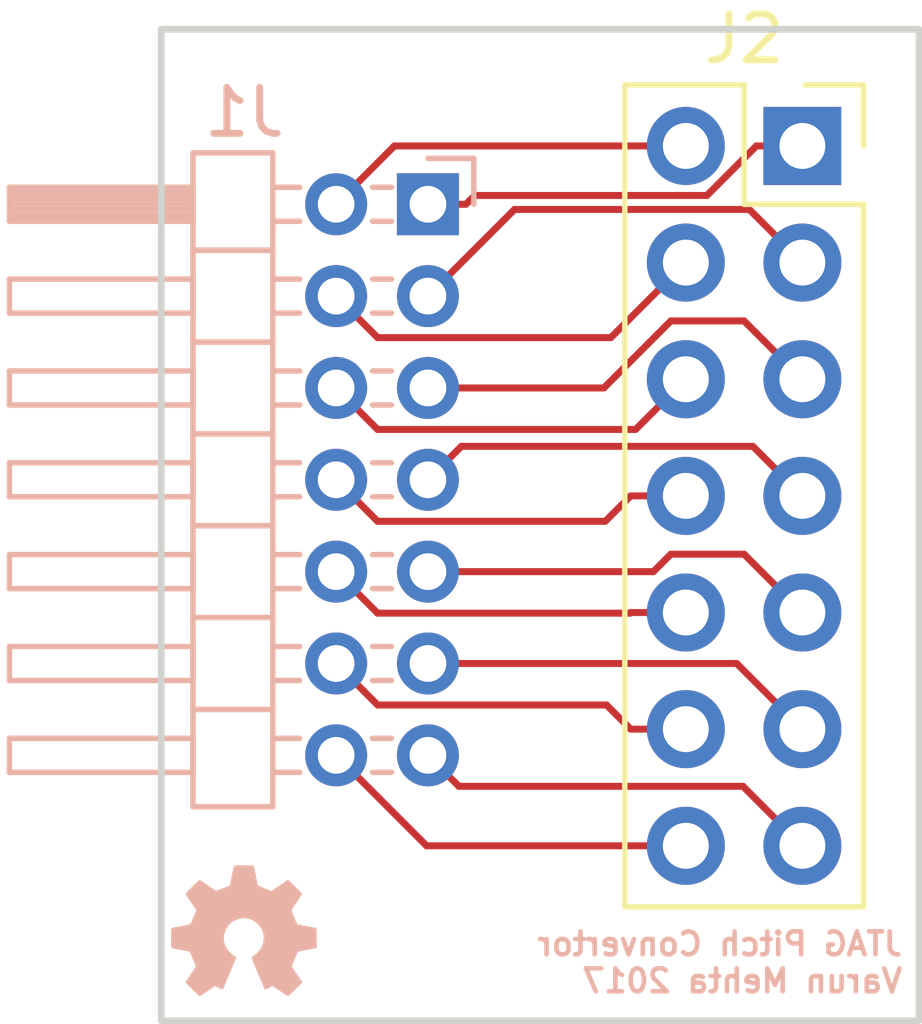
<source format=kicad_pcb>
(kicad_pcb (version 4) (host pcbnew 4.0.6)

  (general
    (links 14)
    (no_connects 14)
    (area 139.624999 102.794999 156.285001 124.535001)
    (thickness 1.6)
    (drawings 5)
    (tracks 52)
    (zones 0)
    (modules 3)
    (nets 15)
  )

  (page A)
  (layers
    (0 F.Cu signal)
    (31 B.Cu signal)
    (33 F.Adhes user hide)
    (35 F.Paste user hide)
    (36 B.SilkS user)
    (37 F.SilkS user)
    (38 B.Mask user hide)
    (39 F.Mask user hide)
    (44 Edge.Cuts user)
    (45 Margin user hide)
    (46 B.CrtYd user hide)
    (47 F.CrtYd user hide)
    (48 B.Fab user hide)
    (49 F.Fab user hide)
  )

  (setup
    (last_trace_width 0.1524)
    (trace_clearance 0.1524)
    (zone_clearance 0.508)
    (zone_45_only no)
    (trace_min 0.1524)
    (segment_width 0.2)
    (edge_width 0.15)
    (via_size 0.6858)
    (via_drill 0.3302)
    (via_min_size 0.6858)
    (via_min_drill 0.3302)
    (uvia_size 0.3)
    (uvia_drill 0.1)
    (uvias_allowed no)
    (uvia_min_size 0.2)
    (uvia_min_drill 0.1)
    (pcb_text_width 0.3)
    (pcb_text_size 1.5 1.5)
    (mod_edge_width 0.15)
    (mod_text_size 1 1)
    (mod_text_width 0.15)
    (pad_size 1.524 1.524)
    (pad_drill 0.762)
    (pad_to_mask_clearance 0.2)
    (aux_axis_origin 0 0)
    (visible_elements FFFFFF7F)
    (pcbplotparams
      (layerselection 0x00030_80000001)
      (usegerberextensions false)
      (excludeedgelayer true)
      (linewidth 0.100000)
      (plotframeref false)
      (viasonmask false)
      (mode 1)
      (useauxorigin false)
      (hpglpennumber 1)
      (hpglpenspeed 20)
      (hpglpendiameter 15)
      (hpglpenoverlay 2)
      (psnegative false)
      (psa4output false)
      (plotreference true)
      (plotvalue true)
      (plotinvisibletext false)
      (padsonsilk false)
      (subtractmaskfromsilk false)
      (outputformat 1)
      (mirror false)
      (drillshape 1)
      (scaleselection 1)
      (outputdirectory ""))
  )

  (net 0 "")
  (net 1 /j1)
  (net 2 /j2)
  (net 3 /j3)
  (net 4 /j4)
  (net 5 /j5)
  (net 6 /j6)
  (net 7 /j7)
  (net 8 /j8)
  (net 9 /j9)
  (net 10 /j10)
  (net 11 /j11)
  (net 12 /j12)
  (net 13 /j13)
  (net 14 /j14)

  (net_class Default "This is the default net class."
    (clearance 0.1524)
    (trace_width 0.1524)
    (via_dia 0.6858)
    (via_drill 0.3302)
    (uvia_dia 0.3)
    (uvia_drill 0.1)
    (add_net /j1)
    (add_net /j10)
    (add_net /j11)
    (add_net /j12)
    (add_net /j13)
    (add_net /j14)
    (add_net /j2)
    (add_net /j3)
    (add_net /j4)
    (add_net /j5)
    (add_net /j6)
    (add_net /j7)
    (add_net /j8)
    (add_net /j9)
  )

  (module Socket_Strips:Socket_Strip_Straight_2x07_Pitch2.54mm (layer F.Cu) (tedit 588DE958) (tstamp 599C43EE)
    (at 153.67 105.41)
    (descr "Through hole straight socket strip, 2x07, 2.54mm pitch, double rows")
    (tags "Through hole socket strip THT 2x07 2.54mm double row")
    (path /599C3ED0)
    (fp_text reference J2 (at -1.27 -2.33) (layer F.SilkS)
      (effects (font (size 1 1) (thickness 0.15)))
    )
    (fp_text value CONN_02X07 (at -1.27 17.57) (layer F.Fab)
      (effects (font (size 1 1) (thickness 0.15)))
    )
    (fp_line (start -3.81 -1.27) (end -3.81 16.51) (layer F.Fab) (width 0.1))
    (fp_line (start -3.81 16.51) (end 1.27 16.51) (layer F.Fab) (width 0.1))
    (fp_line (start 1.27 16.51) (end 1.27 -1.27) (layer F.Fab) (width 0.1))
    (fp_line (start 1.27 -1.27) (end -3.81 -1.27) (layer F.Fab) (width 0.1))
    (fp_line (start 1.33 1.27) (end 1.33 16.57) (layer F.SilkS) (width 0.12))
    (fp_line (start 1.33 16.57) (end -3.87 16.57) (layer F.SilkS) (width 0.12))
    (fp_line (start -3.87 16.57) (end -3.87 -1.33) (layer F.SilkS) (width 0.12))
    (fp_line (start -3.87 -1.33) (end -1.27 -1.33) (layer F.SilkS) (width 0.12))
    (fp_line (start -1.27 -1.33) (end -1.27 1.27) (layer F.SilkS) (width 0.12))
    (fp_line (start -1.27 1.27) (end 1.33 1.27) (layer F.SilkS) (width 0.12))
    (fp_line (start 1.33 0) (end 1.33 -1.33) (layer F.SilkS) (width 0.12))
    (fp_line (start 1.33 -1.33) (end 0.06 -1.33) (layer F.SilkS) (width 0.12))
    (fp_line (start -4.1 -1.55) (end -4.1 16.8) (layer F.CrtYd) (width 0.05))
    (fp_line (start -4.1 16.8) (end 1.55 16.8) (layer F.CrtYd) (width 0.05))
    (fp_line (start 1.55 16.8) (end 1.55 -1.55) (layer F.CrtYd) (width 0.05))
    (fp_line (start 1.55 -1.55) (end -4.1 -1.55) (layer F.CrtYd) (width 0.05))
    (pad 1 thru_hole rect (at 0 0) (size 1.7 1.7) (drill 1) (layers *.Cu *.Mask)
      (net 1 /j1))
    (pad 2 thru_hole oval (at -2.54 0) (size 1.7 1.7) (drill 1) (layers *.Cu *.Mask)
      (net 2 /j2))
    (pad 3 thru_hole oval (at 0 2.54) (size 1.7 1.7) (drill 1) (layers *.Cu *.Mask)
      (net 3 /j3))
    (pad 4 thru_hole oval (at -2.54 2.54) (size 1.7 1.7) (drill 1) (layers *.Cu *.Mask)
      (net 4 /j4))
    (pad 5 thru_hole oval (at 0 5.08) (size 1.7 1.7) (drill 1) (layers *.Cu *.Mask)
      (net 5 /j5))
    (pad 6 thru_hole oval (at -2.54 5.08) (size 1.7 1.7) (drill 1) (layers *.Cu *.Mask)
      (net 6 /j6))
    (pad 7 thru_hole oval (at 0 7.62) (size 1.7 1.7) (drill 1) (layers *.Cu *.Mask)
      (net 7 /j7))
    (pad 8 thru_hole oval (at -2.54 7.62) (size 1.7 1.7) (drill 1) (layers *.Cu *.Mask)
      (net 8 /j8))
    (pad 9 thru_hole oval (at 0 10.16) (size 1.7 1.7) (drill 1) (layers *.Cu *.Mask)
      (net 9 /j9))
    (pad 10 thru_hole oval (at -2.54 10.16) (size 1.7 1.7) (drill 1) (layers *.Cu *.Mask)
      (net 10 /j10))
    (pad 11 thru_hole oval (at 0 12.7) (size 1.7 1.7) (drill 1) (layers *.Cu *.Mask)
      (net 11 /j11))
    (pad 12 thru_hole oval (at -2.54 12.7) (size 1.7 1.7) (drill 1) (layers *.Cu *.Mask)
      (net 12 /j12))
    (pad 13 thru_hole oval (at 0 15.24) (size 1.7 1.7) (drill 1) (layers *.Cu *.Mask)
      (net 13 /j13))
    (pad 14 thru_hole oval (at -2.54 15.24) (size 1.7 1.7) (drill 1) (layers *.Cu *.Mask)
      (net 14 /j14))
    (model Socket_Strips.3dshapes/Socket_Strip_Straight_2x07_Pitch2.54mm.wrl
      (at (xyz -0.05 -0.3 0))
      (scale (xyz 1 1 1))
      (rotate (xyz 0 0 270))
    )
  )

  (module Pin_Headers:Pin_Header_Angled_2x07_Pitch2.00mm (layer B.Cu) (tedit 5862ED57) (tstamp 599C43DC)
    (at 145.51 106.68 180)
    (descr "Through hole angled pin header, 2x07, 2.00mm pitch, 4mm pin length, double rows")
    (tags "Through hole angled pin header THT 2x07 2.00mm double row")
    (path /599C3E21)
    (fp_text reference J1 (at 4 2 180) (layer B.SilkS)
      (effects (font (size 1 1) (thickness 0.15)) (justify mirror))
    )
    (fp_text value CONN_02X07 (at 4 -14 180) (layer B.Fab)
      (effects (font (size 1 1) (thickness 0.15)) (justify mirror))
    )
    (fp_line (start 3.5 1) (end 3.5 -1) (layer B.Fab) (width 0.1))
    (fp_line (start 3.5 -1) (end 5 -1) (layer B.Fab) (width 0.1))
    (fp_line (start 5 -1) (end 5 1) (layer B.Fab) (width 0.1))
    (fp_line (start 5 1) (end 3.5 1) (layer B.Fab) (width 0.1))
    (fp_line (start 0 0.25) (end 0 -0.25) (layer B.Fab) (width 0.1))
    (fp_line (start 0 -0.25) (end 9 -0.25) (layer B.Fab) (width 0.1))
    (fp_line (start 9 -0.25) (end 9 0.25) (layer B.Fab) (width 0.1))
    (fp_line (start 9 0.25) (end 0 0.25) (layer B.Fab) (width 0.1))
    (fp_line (start 3.5 -1) (end 3.5 -3) (layer B.Fab) (width 0.1))
    (fp_line (start 3.5 -3) (end 5 -3) (layer B.Fab) (width 0.1))
    (fp_line (start 5 -3) (end 5 -1) (layer B.Fab) (width 0.1))
    (fp_line (start 5 -1) (end 3.5 -1) (layer B.Fab) (width 0.1))
    (fp_line (start 0 -1.75) (end 0 -2.25) (layer B.Fab) (width 0.1))
    (fp_line (start 0 -2.25) (end 9 -2.25) (layer B.Fab) (width 0.1))
    (fp_line (start 9 -2.25) (end 9 -1.75) (layer B.Fab) (width 0.1))
    (fp_line (start 9 -1.75) (end 0 -1.75) (layer B.Fab) (width 0.1))
    (fp_line (start 3.5 -3) (end 3.5 -5) (layer B.Fab) (width 0.1))
    (fp_line (start 3.5 -5) (end 5 -5) (layer B.Fab) (width 0.1))
    (fp_line (start 5 -5) (end 5 -3) (layer B.Fab) (width 0.1))
    (fp_line (start 5 -3) (end 3.5 -3) (layer B.Fab) (width 0.1))
    (fp_line (start 0 -3.75) (end 0 -4.25) (layer B.Fab) (width 0.1))
    (fp_line (start 0 -4.25) (end 9 -4.25) (layer B.Fab) (width 0.1))
    (fp_line (start 9 -4.25) (end 9 -3.75) (layer B.Fab) (width 0.1))
    (fp_line (start 9 -3.75) (end 0 -3.75) (layer B.Fab) (width 0.1))
    (fp_line (start 3.5 -5) (end 3.5 -7) (layer B.Fab) (width 0.1))
    (fp_line (start 3.5 -7) (end 5 -7) (layer B.Fab) (width 0.1))
    (fp_line (start 5 -7) (end 5 -5) (layer B.Fab) (width 0.1))
    (fp_line (start 5 -5) (end 3.5 -5) (layer B.Fab) (width 0.1))
    (fp_line (start 0 -5.75) (end 0 -6.25) (layer B.Fab) (width 0.1))
    (fp_line (start 0 -6.25) (end 9 -6.25) (layer B.Fab) (width 0.1))
    (fp_line (start 9 -6.25) (end 9 -5.75) (layer B.Fab) (width 0.1))
    (fp_line (start 9 -5.75) (end 0 -5.75) (layer B.Fab) (width 0.1))
    (fp_line (start 3.5 -7) (end 3.5 -9) (layer B.Fab) (width 0.1))
    (fp_line (start 3.5 -9) (end 5 -9) (layer B.Fab) (width 0.1))
    (fp_line (start 5 -9) (end 5 -7) (layer B.Fab) (width 0.1))
    (fp_line (start 5 -7) (end 3.5 -7) (layer B.Fab) (width 0.1))
    (fp_line (start 0 -7.75) (end 0 -8.25) (layer B.Fab) (width 0.1))
    (fp_line (start 0 -8.25) (end 9 -8.25) (layer B.Fab) (width 0.1))
    (fp_line (start 9 -8.25) (end 9 -7.75) (layer B.Fab) (width 0.1))
    (fp_line (start 9 -7.75) (end 0 -7.75) (layer B.Fab) (width 0.1))
    (fp_line (start 3.5 -9) (end 3.5 -11) (layer B.Fab) (width 0.1))
    (fp_line (start 3.5 -11) (end 5 -11) (layer B.Fab) (width 0.1))
    (fp_line (start 5 -11) (end 5 -9) (layer B.Fab) (width 0.1))
    (fp_line (start 5 -9) (end 3.5 -9) (layer B.Fab) (width 0.1))
    (fp_line (start 0 -9.75) (end 0 -10.25) (layer B.Fab) (width 0.1))
    (fp_line (start 0 -10.25) (end 9 -10.25) (layer B.Fab) (width 0.1))
    (fp_line (start 9 -10.25) (end 9 -9.75) (layer B.Fab) (width 0.1))
    (fp_line (start 9 -9.75) (end 0 -9.75) (layer B.Fab) (width 0.1))
    (fp_line (start 3.5 -11) (end 3.5 -13) (layer B.Fab) (width 0.1))
    (fp_line (start 3.5 -13) (end 5 -13) (layer B.Fab) (width 0.1))
    (fp_line (start 5 -13) (end 5 -11) (layer B.Fab) (width 0.1))
    (fp_line (start 5 -11) (end 3.5 -11) (layer B.Fab) (width 0.1))
    (fp_line (start 0 -11.75) (end 0 -12.25) (layer B.Fab) (width 0.1))
    (fp_line (start 0 -12.25) (end 9 -12.25) (layer B.Fab) (width 0.1))
    (fp_line (start 9 -12.25) (end 9 -11.75) (layer B.Fab) (width 0.1))
    (fp_line (start 9 -11.75) (end 0 -11.75) (layer B.Fab) (width 0.1))
    (fp_line (start 3.38 1.12) (end 3.38 -1) (layer B.SilkS) (width 0.12))
    (fp_line (start 3.38 -1) (end 5.12 -1) (layer B.SilkS) (width 0.12))
    (fp_line (start 5.12 -1) (end 5.12 1.12) (layer B.SilkS) (width 0.12))
    (fp_line (start 5.12 1.12) (end 3.38 1.12) (layer B.SilkS) (width 0.12))
    (fp_line (start 5.12 0.37) (end 5.12 -0.37) (layer B.SilkS) (width 0.12))
    (fp_line (start 5.12 -0.37) (end 9.12 -0.37) (layer B.SilkS) (width 0.12))
    (fp_line (start 9.12 -0.37) (end 9.12 0.37) (layer B.SilkS) (width 0.12))
    (fp_line (start 9.12 0.37) (end 5.12 0.37) (layer B.SilkS) (width 0.12))
    (fp_line (start 2.795 0.37) (end 3.38 0.37) (layer B.SilkS) (width 0.12))
    (fp_line (start 2.795 -0.37) (end 3.38 -0.37) (layer B.SilkS) (width 0.12))
    (fp_line (start 0.795 0.37) (end 1.205 0.37) (layer B.SilkS) (width 0.12))
    (fp_line (start 0.795 -0.37) (end 1.205 -0.37) (layer B.SilkS) (width 0.12))
    (fp_line (start 5.12 0.25) (end 9.12 0.25) (layer B.SilkS) (width 0.12))
    (fp_line (start 5.12 0.13) (end 9.12 0.13) (layer B.SilkS) (width 0.12))
    (fp_line (start 5.12 0.01) (end 9.12 0.01) (layer B.SilkS) (width 0.12))
    (fp_line (start 5.12 -0.11) (end 9.12 -0.11) (layer B.SilkS) (width 0.12))
    (fp_line (start 5.12 -0.23) (end 9.12 -0.23) (layer B.SilkS) (width 0.12))
    (fp_line (start 5.12 -0.35) (end 9.12 -0.35) (layer B.SilkS) (width 0.12))
    (fp_line (start 3.38 -1) (end 3.38 -3) (layer B.SilkS) (width 0.12))
    (fp_line (start 3.38 -3) (end 5.12 -3) (layer B.SilkS) (width 0.12))
    (fp_line (start 5.12 -3) (end 5.12 -1) (layer B.SilkS) (width 0.12))
    (fp_line (start 5.12 -1) (end 3.38 -1) (layer B.SilkS) (width 0.12))
    (fp_line (start 5.12 -1.63) (end 5.12 -2.37) (layer B.SilkS) (width 0.12))
    (fp_line (start 5.12 -2.37) (end 9.12 -2.37) (layer B.SilkS) (width 0.12))
    (fp_line (start 9.12 -2.37) (end 9.12 -1.63) (layer B.SilkS) (width 0.12))
    (fp_line (start 9.12 -1.63) (end 5.12 -1.63) (layer B.SilkS) (width 0.12))
    (fp_line (start 2.795 -1.63) (end 3.38 -1.63) (layer B.SilkS) (width 0.12))
    (fp_line (start 2.795 -2.37) (end 3.38 -2.37) (layer B.SilkS) (width 0.12))
    (fp_line (start 0.795 -1.63) (end 1.205 -1.63) (layer B.SilkS) (width 0.12))
    (fp_line (start 0.795 -2.37) (end 1.205 -2.37) (layer B.SilkS) (width 0.12))
    (fp_line (start 3.38 -3) (end 3.38 -5) (layer B.SilkS) (width 0.12))
    (fp_line (start 3.38 -5) (end 5.12 -5) (layer B.SilkS) (width 0.12))
    (fp_line (start 5.12 -5) (end 5.12 -3) (layer B.SilkS) (width 0.12))
    (fp_line (start 5.12 -3) (end 3.38 -3) (layer B.SilkS) (width 0.12))
    (fp_line (start 5.12 -3.63) (end 5.12 -4.37) (layer B.SilkS) (width 0.12))
    (fp_line (start 5.12 -4.37) (end 9.12 -4.37) (layer B.SilkS) (width 0.12))
    (fp_line (start 9.12 -4.37) (end 9.12 -3.63) (layer B.SilkS) (width 0.12))
    (fp_line (start 9.12 -3.63) (end 5.12 -3.63) (layer B.SilkS) (width 0.12))
    (fp_line (start 2.795 -3.63) (end 3.38 -3.63) (layer B.SilkS) (width 0.12))
    (fp_line (start 2.795 -4.37) (end 3.38 -4.37) (layer B.SilkS) (width 0.12))
    (fp_line (start 0.795 -3.63) (end 1.205 -3.63) (layer B.SilkS) (width 0.12))
    (fp_line (start 0.795 -4.37) (end 1.205 -4.37) (layer B.SilkS) (width 0.12))
    (fp_line (start 3.38 -5) (end 3.38 -7) (layer B.SilkS) (width 0.12))
    (fp_line (start 3.38 -7) (end 5.12 -7) (layer B.SilkS) (width 0.12))
    (fp_line (start 5.12 -7) (end 5.12 -5) (layer B.SilkS) (width 0.12))
    (fp_line (start 5.12 -5) (end 3.38 -5) (layer B.SilkS) (width 0.12))
    (fp_line (start 5.12 -5.63) (end 5.12 -6.37) (layer B.SilkS) (width 0.12))
    (fp_line (start 5.12 -6.37) (end 9.12 -6.37) (layer B.SilkS) (width 0.12))
    (fp_line (start 9.12 -6.37) (end 9.12 -5.63) (layer B.SilkS) (width 0.12))
    (fp_line (start 9.12 -5.63) (end 5.12 -5.63) (layer B.SilkS) (width 0.12))
    (fp_line (start 2.795 -5.63) (end 3.38 -5.63) (layer B.SilkS) (width 0.12))
    (fp_line (start 2.795 -6.37) (end 3.38 -6.37) (layer B.SilkS) (width 0.12))
    (fp_line (start 0.795 -5.63) (end 1.205 -5.63) (layer B.SilkS) (width 0.12))
    (fp_line (start 0.795 -6.37) (end 1.205 -6.37) (layer B.SilkS) (width 0.12))
    (fp_line (start 3.38 -7) (end 3.38 -9) (layer B.SilkS) (width 0.12))
    (fp_line (start 3.38 -9) (end 5.12 -9) (layer B.SilkS) (width 0.12))
    (fp_line (start 5.12 -9) (end 5.12 -7) (layer B.SilkS) (width 0.12))
    (fp_line (start 5.12 -7) (end 3.38 -7) (layer B.SilkS) (width 0.12))
    (fp_line (start 5.12 -7.63) (end 5.12 -8.37) (layer B.SilkS) (width 0.12))
    (fp_line (start 5.12 -8.37) (end 9.12 -8.37) (layer B.SilkS) (width 0.12))
    (fp_line (start 9.12 -8.37) (end 9.12 -7.63) (layer B.SilkS) (width 0.12))
    (fp_line (start 9.12 -7.63) (end 5.12 -7.63) (layer B.SilkS) (width 0.12))
    (fp_line (start 2.795 -7.63) (end 3.38 -7.63) (layer B.SilkS) (width 0.12))
    (fp_line (start 2.795 -8.37) (end 3.38 -8.37) (layer B.SilkS) (width 0.12))
    (fp_line (start 0.795 -7.63) (end 1.205 -7.63) (layer B.SilkS) (width 0.12))
    (fp_line (start 0.795 -8.37) (end 1.205 -8.37) (layer B.SilkS) (width 0.12))
    (fp_line (start 3.38 -9) (end 3.38 -11) (layer B.SilkS) (width 0.12))
    (fp_line (start 3.38 -11) (end 5.12 -11) (layer B.SilkS) (width 0.12))
    (fp_line (start 5.12 -11) (end 5.12 -9) (layer B.SilkS) (width 0.12))
    (fp_line (start 5.12 -9) (end 3.38 -9) (layer B.SilkS) (width 0.12))
    (fp_line (start 5.12 -9.63) (end 5.12 -10.37) (layer B.SilkS) (width 0.12))
    (fp_line (start 5.12 -10.37) (end 9.12 -10.37) (layer B.SilkS) (width 0.12))
    (fp_line (start 9.12 -10.37) (end 9.12 -9.63) (layer B.SilkS) (width 0.12))
    (fp_line (start 9.12 -9.63) (end 5.12 -9.63) (layer B.SilkS) (width 0.12))
    (fp_line (start 2.795 -9.63) (end 3.38 -9.63) (layer B.SilkS) (width 0.12))
    (fp_line (start 2.795 -10.37) (end 3.38 -10.37) (layer B.SilkS) (width 0.12))
    (fp_line (start 0.795 -9.63) (end 1.205 -9.63) (layer B.SilkS) (width 0.12))
    (fp_line (start 0.795 -10.37) (end 1.205 -10.37) (layer B.SilkS) (width 0.12))
    (fp_line (start 3.38 -11) (end 3.38 -13.12) (layer B.SilkS) (width 0.12))
    (fp_line (start 3.38 -13.12) (end 5.12 -13.12) (layer B.SilkS) (width 0.12))
    (fp_line (start 5.12 -13.12) (end 5.12 -11) (layer B.SilkS) (width 0.12))
    (fp_line (start 5.12 -11) (end 3.38 -11) (layer B.SilkS) (width 0.12))
    (fp_line (start 5.12 -11.63) (end 5.12 -12.37) (layer B.SilkS) (width 0.12))
    (fp_line (start 5.12 -12.37) (end 9.12 -12.37) (layer B.SilkS) (width 0.12))
    (fp_line (start 9.12 -12.37) (end 9.12 -11.63) (layer B.SilkS) (width 0.12))
    (fp_line (start 9.12 -11.63) (end 5.12 -11.63) (layer B.SilkS) (width 0.12))
    (fp_line (start 2.795 -11.63) (end 3.38 -11.63) (layer B.SilkS) (width 0.12))
    (fp_line (start 2.795 -12.37) (end 3.38 -12.37) (layer B.SilkS) (width 0.12))
    (fp_line (start 0.795 -11.63) (end 1.205 -11.63) (layer B.SilkS) (width 0.12))
    (fp_line (start 0.795 -12.37) (end 1.205 -12.37) (layer B.SilkS) (width 0.12))
    (fp_line (start -1 0) (end -1 1) (layer B.SilkS) (width 0.12))
    (fp_line (start -1 1) (end 0 1) (layer B.SilkS) (width 0.12))
    (fp_line (start -1.3 1.3) (end -1.3 -13.3) (layer B.CrtYd) (width 0.05))
    (fp_line (start -1.3 -13.3) (end 9.3 -13.3) (layer B.CrtYd) (width 0.05))
    (fp_line (start 9.3 -13.3) (end 9.3 1.3) (layer B.CrtYd) (width 0.05))
    (fp_line (start 9.3 1.3) (end -1.3 1.3) (layer B.CrtYd) (width 0.05))
    (pad 1 thru_hole rect (at 0 0 180) (size 1.35 1.35) (drill 0.8) (layers *.Cu *.Mask)
      (net 1 /j1))
    (pad 2 thru_hole oval (at 2 0 180) (size 1.35 1.35) (drill 0.8) (layers *.Cu *.Mask)
      (net 2 /j2))
    (pad 3 thru_hole oval (at 0 -2 180) (size 1.35 1.35) (drill 0.8) (layers *.Cu *.Mask)
      (net 3 /j3))
    (pad 4 thru_hole oval (at 2 -2 180) (size 1.35 1.35) (drill 0.8) (layers *.Cu *.Mask)
      (net 4 /j4))
    (pad 5 thru_hole oval (at 0 -4 180) (size 1.35 1.35) (drill 0.8) (layers *.Cu *.Mask)
      (net 5 /j5))
    (pad 6 thru_hole oval (at 2 -4 180) (size 1.35 1.35) (drill 0.8) (layers *.Cu *.Mask)
      (net 6 /j6))
    (pad 7 thru_hole oval (at 0 -6 180) (size 1.35 1.35) (drill 0.8) (layers *.Cu *.Mask)
      (net 7 /j7))
    (pad 8 thru_hole oval (at 2 -6 180) (size 1.35 1.35) (drill 0.8) (layers *.Cu *.Mask)
      (net 8 /j8))
    (pad 9 thru_hole oval (at 0 -8 180) (size 1.35 1.35) (drill 0.8) (layers *.Cu *.Mask)
      (net 9 /j9))
    (pad 10 thru_hole oval (at 2 -8 180) (size 1.35 1.35) (drill 0.8) (layers *.Cu *.Mask)
      (net 10 /j10))
    (pad 11 thru_hole oval (at 0 -10 180) (size 1.35 1.35) (drill 0.8) (layers *.Cu *.Mask)
      (net 11 /j11))
    (pad 12 thru_hole oval (at 2 -10 180) (size 1.35 1.35) (drill 0.8) (layers *.Cu *.Mask)
      (net 12 /j12))
    (pad 13 thru_hole oval (at 0 -12 180) (size 1.35 1.35) (drill 0.8) (layers *.Cu *.Mask)
      (net 13 /j13))
    (pad 14 thru_hole oval (at 2 -12 180) (size 1.35 1.35) (drill 0.8) (layers *.Cu *.Mask)
      (net 14 /j14))
    (model Pin_Headers.3dshapes/Pin_Header_Angled_2x07_Pitch2.00mm.wrl
      (at (xyz 0.03937 -0.23622 0))
      (scale (xyz 1 1 1))
      (rotate (xyz 0 0 90))
    )
  )

  (module silkscreens:OSH_0.125in (layer B.Cu) (tedit 599C568F) (tstamp 599C56F4)
    (at 141.5 122.5 180)
    (fp_text reference G*** (at 0 -1.68402 180) (layer B.SilkS) hide
      (effects (font (size 0.14478 0.14478) (thickness 0.02794)) (justify mirror))
    )
    (fp_text value OSH_0.125in (at 0 1.68402 180) (layer B.SilkS) hide
      (effects (font (size 0.14478 0.14478) (thickness 0.02794)) (justify mirror))
    )
    (fp_poly (pts (xy -0.96266 -1.42494) (xy -0.94488 -1.41732) (xy -0.90678 -1.39192) (xy -0.85344 -1.3589)
      (xy -0.79248 -1.31572) (xy -0.72898 -1.27254) (xy -0.67818 -1.23952) (xy -0.64008 -1.21666)
      (xy -0.62484 -1.2065) (xy -0.61722 -1.21158) (xy -0.58674 -1.22428) (xy -0.54356 -1.24714)
      (xy -0.5207 -1.25984) (xy -0.48006 -1.27762) (xy -0.45974 -1.28016) (xy -0.4572 -1.27508)
      (xy -0.44196 -1.2446) (xy -0.4191 -1.1938) (xy -0.38862 -1.12522) (xy -0.3556 -1.04394)
      (xy -0.3175 -0.95758) (xy -0.28194 -0.86868) (xy -0.24638 -0.78486) (xy -0.2159 -0.70866)
      (xy -0.1905 -0.64516) (xy -0.17272 -0.60198) (xy -0.16764 -0.5842) (xy -0.17018 -0.58166)
      (xy -0.1905 -0.56134) (xy -0.22352 -0.53594) (xy -0.29972 -0.47498) (xy -0.37338 -0.381)
      (xy -0.4191 -0.27686) (xy -0.43434 -0.16002) (xy -0.42164 -0.0508) (xy -0.37846 0.0508)
      (xy -0.3048 0.14478) (xy -0.21844 0.21336) (xy -0.1143 0.25908) (xy 0 0.27178)
      (xy 0.10922 0.25908) (xy 0.2159 0.21844) (xy 0.30988 0.14732) (xy 0.34798 0.1016)
      (xy 0.40386 0.00508) (xy 0.43434 -0.09398) (xy 0.43688 -0.11938) (xy 0.43434 -0.23114)
      (xy 0.40132 -0.33782) (xy 0.34036 -0.43434) (xy 0.25908 -0.51054) (xy 0.24892 -0.51816)
      (xy 0.21082 -0.5461) (xy 0.18542 -0.56642) (xy 0.16764 -0.5842) (xy 0.30734 -0.92456)
      (xy 0.3302 -0.98044) (xy 0.37084 -1.07188) (xy 0.40386 -1.15316) (xy 0.4318 -1.21666)
      (xy 0.44958 -1.25984) (xy 0.45974 -1.27762) (xy 0.45974 -1.27762) (xy 0.47244 -1.28016)
      (xy 0.49784 -1.27) (xy 0.5461 -1.24714) (xy 0.57658 -1.2319) (xy 0.61468 -1.21412)
      (xy 0.62992 -1.2065) (xy 0.64516 -1.21412) (xy 0.67818 -1.23698) (xy 0.72898 -1.27254)
      (xy 0.78994 -1.31318) (xy 0.84836 -1.35382) (xy 0.9017 -1.38684) (xy 0.94234 -1.41224)
      (xy 0.96012 -1.4224) (xy 0.96266 -1.4224) (xy 0.98044 -1.41478) (xy 1.01092 -1.38684)
      (xy 1.05664 -1.34366) (xy 1.12268 -1.28016) (xy 1.13284 -1.27) (xy 1.18872 -1.21412)
      (xy 1.2319 -1.1684) (xy 1.26238 -1.13538) (xy 1.27254 -1.12014) (xy 1.27254 -1.12014)
      (xy 1.26238 -1.10236) (xy 1.23698 -1.06172) (xy 1.20142 -1.00838) (xy 1.15824 -0.94488)
      (xy 1.04648 -0.77978) (xy 1.10744 -0.62484) (xy 1.12776 -0.57658) (xy 1.15062 -0.5207)
      (xy 1.1684 -0.48006) (xy 1.17856 -0.45974) (xy 1.19634 -0.45466) (xy 1.23698 -0.4445)
      (xy 1.29794 -0.4318) (xy 1.3716 -0.4191) (xy 1.44272 -0.4064) (xy 1.50622 -0.3937)
      (xy 1.55194 -0.38354) (xy 1.57226 -0.381) (xy 1.57734 -0.37846) (xy 1.57988 -0.3683)
      (xy 1.58496 -0.34544) (xy 1.58496 -0.30734) (xy 1.58496 -0.24638) (xy 1.58496 -0.16002)
      (xy 1.58496 -0.14986) (xy 1.58496 -0.06604) (xy 1.58496 0) (xy 1.58242 0.04064)
      (xy 1.57988 0.05842) (xy 1.57734 0.05842) (xy 1.55956 0.0635) (xy 1.51384 0.07366)
      (xy 1.45034 0.08636) (xy 1.37668 0.09906) (xy 1.3716 0.1016) (xy 1.2954 0.1143)
      (xy 1.2319 0.12954) (xy 1.18872 0.1397) (xy 1.17094 0.14478) (xy 1.16586 0.14986)
      (xy 1.15062 0.1778) (xy 1.1303 0.22606) (xy 1.1049 0.28194) (xy 1.0795 0.34036)
      (xy 1.05918 0.3937) (xy 1.04394 0.43434) (xy 1.0414 0.45212) (xy 1.0414 0.45212)
      (xy 1.05156 0.4699) (xy 1.07696 0.508) (xy 1.11506 0.56388) (xy 1.15824 0.62738)
      (xy 1.16078 0.63246) (xy 1.20396 0.69596) (xy 1.23952 0.7493) (xy 1.26238 0.7874)
      (xy 1.27254 0.80518) (xy 1.27254 0.80518) (xy 1.2573 0.8255) (xy 1.22428 0.86106)
      (xy 1.17856 0.90932) (xy 1.12268 0.9652) (xy 1.1049 0.98298) (xy 1.04394 1.0414)
      (xy 1.00076 1.08204) (xy 0.97536 1.10236) (xy 0.96266 1.10744) (xy 0.96012 1.10744)
      (xy 0.94234 1.09474) (xy 0.9017 1.06934) (xy 0.84836 1.03378) (xy 0.78232 0.98806)
      (xy 0.77724 0.98552) (xy 0.71628 0.94234) (xy 0.66294 0.90678) (xy 0.62484 0.88138)
      (xy 0.60706 0.87122) (xy 0.60452 0.87122) (xy 0.57912 0.87884) (xy 0.5334 0.89662)
      (xy 0.48006 0.91694) (xy 0.4191 0.9398) (xy 0.36576 0.96266) (xy 0.32766 0.98298)
      (xy 0.30734 0.99314) (xy 0.30734 0.99314) (xy 0.29972 1.016) (xy 0.28956 1.06426)
      (xy 0.27686 1.12776) (xy 0.26162 1.2065) (xy 0.25908 1.2192) (xy 0.24384 1.2954)
      (xy 0.23368 1.35636) (xy 0.22352 1.39954) (xy 0.21844 1.41732) (xy 0.20828 1.41986)
      (xy 0.17272 1.4224) (xy 0.1143 1.42494) (xy 0.04826 1.42494) (xy -0.02286 1.42494)
      (xy -0.09398 1.4224) (xy -0.1524 1.4224) (xy -0.19558 1.41732) (xy -0.21336 1.41478)
      (xy -0.21336 1.41478) (xy -0.22098 1.38938) (xy -0.23114 1.34366) (xy -0.24384 1.27762)
      (xy -0.25908 1.19888) (xy -0.26162 1.18618) (xy -0.27686 1.10998) (xy -0.28956 1.04902)
      (xy -0.29972 1.00584) (xy -0.30226 0.98806) (xy -0.30988 0.98552) (xy -0.34036 0.97282)
      (xy -0.39116 0.94996) (xy -0.45466 0.92456) (xy -0.59944 0.86614) (xy -0.77724 0.98806)
      (xy -0.79502 1.00076) (xy -0.85852 1.04394) (xy -0.91186 1.0795) (xy -0.94742 1.10236)
      (xy -0.96266 1.10998) (xy -0.9652 1.10998) (xy -0.98298 1.09474) (xy -1.016 1.06172)
      (xy -1.06426 1.01346) (xy -1.12268 0.95758) (xy -1.16332 0.91694) (xy -1.21158 0.86614)
      (xy -1.24206 0.83312) (xy -1.25984 0.8128) (xy -1.26746 0.8001) (xy -1.26492 0.78994)
      (xy -1.25222 0.77216) (xy -1.22682 0.73406) (xy -1.19126 0.67818) (xy -1.14808 0.61468)
      (xy -1.11252 0.56388) (xy -1.07188 0.50292) (xy -1.04648 0.45974) (xy -1.03886 0.43942)
      (xy -1.0414 0.4318) (xy -1.0541 0.39624) (xy -1.07442 0.3429) (xy -1.10236 0.2794)
      (xy -1.16332 0.1397) (xy -1.25476 0.12192) (xy -1.31064 0.11176) (xy -1.38938 0.09652)
      (xy -1.46558 0.08128) (xy -1.58242 0.05842) (xy -1.5875 -0.37084) (xy -1.56718 -0.37846)
      (xy -1.55194 -0.381) (xy -1.50876 -0.39116) (xy -1.44526 -0.40386) (xy -1.3716 -0.41656)
      (xy -1.31064 -0.42926) (xy -1.24714 -0.44196) (xy -1.20142 -0.44958) (xy -1.18364 -0.45466)
      (xy -1.17856 -0.45974) (xy -1.16078 -0.49022) (xy -1.14046 -0.53848) (xy -1.11506 -0.5969)
      (xy -1.08966 -0.65786) (xy -1.0668 -0.71374) (xy -1.05156 -0.75692) (xy -1.04648 -0.77724)
      (xy -1.0541 -0.79502) (xy -1.0795 -0.83058) (xy -1.11252 -0.88392) (xy -1.1557 -0.94488)
      (xy -1.19888 -1.00838) (xy -1.23444 -1.06172) (xy -1.25984 -1.09982) (xy -1.27 -1.1176)
      (xy -1.26492 -1.1303) (xy -1.23952 -1.15824) (xy -1.1938 -1.20904) (xy -1.12268 -1.27762)
      (xy -1.11252 -1.28778) (xy -1.05664 -1.34112) (xy -1.00838 -1.3843) (xy -0.97536 -1.41478)
      (xy -0.96266 -1.42494)) (layer B.SilkS) (width 0.00254))
  )

  (gr_text "JTAG Pitch Convertor\nVarun Mehta 2017" (at 155.9 123.19) (layer B.SilkS)
    (effects (font (size 0.5 0.5) (thickness 0.1)) (justify left mirror))
  )
  (gr_line (start 156.21 102.87) (end 139.7 102.87) (layer Edge.Cuts) (width 0.15))
  (gr_line (start 156.21 124.46) (end 156.21 102.87) (layer Edge.Cuts) (width 0.15))
  (gr_line (start 139.7 124.46) (end 156.21 124.46) (layer Edge.Cuts) (width 0.15))
  (gr_line (start 139.7 102.87) (end 139.7 124.46) (layer Edge.Cuts) (width 0.15))

  (segment (start 152.6676 105.41) (end 153.67 105.41) (width 0.1524) (layer F.Cu) (net 1))
  (segment (start 146.528799 106.488601) (end 151.588999 106.488601) (width 0.1524) (layer F.Cu) (net 1))
  (segment (start 146.3374 106.68) (end 146.528799 106.488601) (width 0.1524) (layer F.Cu) (net 1))
  (segment (start 145.51 106.68) (end 146.3374 106.68) (width 0.1524) (layer F.Cu) (net 1))
  (segment (start 151.588999 106.488601) (end 152.6676 105.41) (width 0.1524) (layer F.Cu) (net 1))
  (segment (start 143.51 106.68) (end 144.78 105.41) (width 0.1524) (layer F.Cu) (net 2))
  (segment (start 144.78 105.41) (end 151.13 105.41) (width 0.1524) (layer F.Cu) (net 2))
  (segment (start 145.51 108.68) (end 147.396588 106.793412) (width 0.1524) (layer F.Cu) (net 3))
  (segment (start 152.513412 106.793412) (end 152.820001 107.100001) (width 0.1524) (layer F.Cu) (net 3))
  (segment (start 147.396588 106.793412) (end 152.513412 106.793412) (width 0.1524) (layer F.Cu) (net 3))
  (segment (start 152.820001 107.100001) (end 153.67 107.95) (width 0.1524) (layer F.Cu) (net 3))
  (segment (start 143.51 108.68) (end 144.413601 109.583601) (width 0.1524) (layer F.Cu) (net 4))
  (segment (start 144.413601 109.583601) (end 149.496399 109.583601) (width 0.1524) (layer F.Cu) (net 4))
  (segment (start 149.496399 109.583601) (end 150.280001 108.799999) (width 0.1524) (layer F.Cu) (net 4))
  (segment (start 150.280001 108.799999) (end 151.13 107.95) (width 0.1524) (layer F.Cu) (net 4))
  (segment (start 150.80367 109.22) (end 152.4 109.22) (width 0.1524) (layer F.Cu) (net 5))
  (segment (start 152.4 109.22) (end 153.67 110.49) (width 0.1524) (layer F.Cu) (net 5))
  (segment (start 145.51 110.68) (end 149.34367 110.68) (width 0.1524) (layer F.Cu) (net 5))
  (segment (start 149.34367 110.68) (end 150.80367 109.22) (width 0.1524) (layer F.Cu) (net 5))
  (segment (start 143.51 110.68) (end 144.413601 111.583601) (width 0.1524) (layer F.Cu) (net 6))
  (segment (start 144.413601 111.583601) (end 150.036399 111.583601) (width 0.1524) (layer F.Cu) (net 6))
  (segment (start 150.036399 111.583601) (end 150.280001 111.339999) (width 0.1524) (layer F.Cu) (net 6))
  (segment (start 150.280001 111.339999) (end 151.13 110.49) (width 0.1524) (layer F.Cu) (net 6))
  (segment (start 145.51 112.68) (end 146.238601 111.951399) (width 0.1524) (layer F.Cu) (net 7))
  (segment (start 146.238601 111.951399) (end 152.591399 111.951399) (width 0.1524) (layer F.Cu) (net 7))
  (segment (start 152.591399 111.951399) (end 152.820001 112.180001) (width 0.1524) (layer F.Cu) (net 7))
  (segment (start 152.820001 112.180001) (end 153.67 113.03) (width 0.1524) (layer F.Cu) (net 7))
  (segment (start 143.51 112.68) (end 144.413601 113.583601) (width 0.1524) (layer F.Cu) (net 8))
  (segment (start 144.413601 113.583601) (end 149.374318 113.583601) (width 0.1524) (layer F.Cu) (net 8))
  (segment (start 149.374318 113.583601) (end 149.927919 113.03) (width 0.1524) (layer F.Cu) (net 8))
  (segment (start 149.927919 113.03) (end 151.13 113.03) (width 0.1524) (layer F.Cu) (net 8))
  (segment (start 145.51 114.68) (end 150.42367 114.68) (width 0.1524) (layer F.Cu) (net 9))
  (segment (start 150.42367 114.68) (end 150.80367 114.3) (width 0.1524) (layer F.Cu) (net 9))
  (segment (start 152.820001 114.720001) (end 153.67 115.57) (width 0.1524) (layer F.Cu) (net 9))
  (segment (start 150.80367 114.3) (end 152.4 114.3) (width 0.1524) (layer F.Cu) (net 9))
  (segment (start 152.4 114.3) (end 152.820001 114.720001) (width 0.1524) (layer F.Cu) (net 9))
  (segment (start 143.51 114.68) (end 144.413601 115.583601) (width 0.1524) (layer F.Cu) (net 10))
  (segment (start 149.927919 115.57) (end 151.13 115.57) (width 0.1524) (layer F.Cu) (net 10))
  (segment (start 144.413601 115.583601) (end 149.914318 115.583601) (width 0.1524) (layer F.Cu) (net 10))
  (segment (start 149.914318 115.583601) (end 149.927919 115.57) (width 0.1524) (layer F.Cu) (net 10))
  (segment (start 145.51 116.68) (end 152.24 116.68) (width 0.1524) (layer F.Cu) (net 11))
  (segment (start 152.24 116.68) (end 153.67 118.11) (width 0.1524) (layer F.Cu) (net 11))
  (segment (start 143.51 116.68) (end 144.413601 117.583601) (width 0.1524) (layer F.Cu) (net 12))
  (segment (start 144.413601 117.583601) (end 149.40152 117.583601) (width 0.1524) (layer F.Cu) (net 12))
  (segment (start 149.40152 117.583601) (end 149.927919 118.11) (width 0.1524) (layer F.Cu) (net 12))
  (segment (start 149.927919 118.11) (end 151.13 118.11) (width 0.1524) (layer F.Cu) (net 12))
  (segment (start 145.51 118.68) (end 146.184999 119.354999) (width 0.1524) (layer F.Cu) (net 13))
  (segment (start 146.184999 119.354999) (end 152.374999 119.354999) (width 0.1524) (layer F.Cu) (net 13))
  (segment (start 152.374999 119.354999) (end 152.820001 119.800001) (width 0.1524) (layer F.Cu) (net 13))
  (segment (start 152.820001 119.800001) (end 153.67 120.65) (width 0.1524) (layer F.Cu) (net 13))
  (segment (start 143.51 118.68) (end 145.48 120.65) (width 0.1524) (layer F.Cu) (net 14))
  (segment (start 145.48 120.65) (end 151.13 120.65) (width 0.1524) (layer F.Cu) (net 14))

)

</source>
